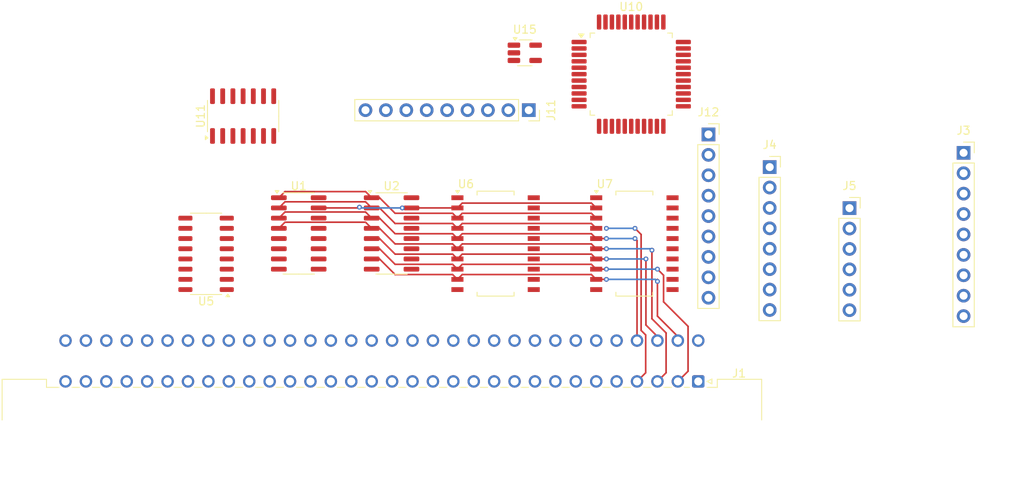
<source format=kicad_pcb>
(kicad_pcb (version 20241229) (generator "pcbnew") (generator_version "9.0")
  (layers (0 "F.Cu" signal) (2 "B.Cu" signal) (13 "F.Paste" user) (15 "B.Paste" user) (5 "F.SilkS" user "F.Silkscreen") (7 "B.SilkS" user "B.Silkscreen") (1 "F.Mask" user) (3 "B.Mask" user) (25 "Edge.Cuts" user))
  (net 0 "")
  (net 2 "GND")
  (net 5 "/~{IO_SEL_BUS}")
  (net 7 "/DB4")
  (net 8 "/DB1")
  (net 9 "VCC")
  (net 10 "/RES")
  (net 11 "/PLD_O8")
  (net 12 "/~{IOEN_01}")
  (net 13 "/DB6")
  (net 16 "/~{IO_WR}")
  (net 17 "/~{IOEN_06}")
  (net 18 "/PLD_O9")
  (net 19 "/AB0")
  (net 20 "/~{IOEN_07}")
  (net 22 "/DB5")
  (net 23 "/DB3")
  (net 24 "/CLOCK")
  (net 26 "/AB2")
  (net 27 "/DB0")
  (net 28 "/~{RES}")
  (net 29 "/~{IO_RD}")
  (net 30 "/~{NMI}")
  (net 31 "/~{IOEN_04}")
  (net 32 "/DB7")
  (net 33 "/AB4")
  (net 36 "/AB3")
  (net 37 "/PLD_I1")
  (net 39 "/PLD_O7")
  (net 41 "/AB1")
  (net 42 "/~{IOEN_02_UART}")
  (net 43 "/SYNC")
  (net 45 "/~{IOEN_00_GPIO0}")
  (net 48 "/~{IOEN_03}")
  (net 49 "/~{IRQ}")
  (net 50 "/~{IOEN_05}")
  (net 51 "/DB2")
  (net 54 "/RDY")
  (net 55 "/UART_IP5")
  (net 56 "/UART_OP2")
  (net 57 "/UART_OP0")
  (net 58 "/UART_OP6")
  (net 59 "/UART_OP7")
  (net 60 "/UART_OP3")
  (net 61 "/UART_IP1")
  (net 62 "/UART_X2")
  (net 63 "/UART_OP1")
  (net 64 "/TX_D2")
  (net 65 "/UART_OP5")
  (net 67 "/UART_IP6")
  (net 68 "/UART_IP3")
  (net 69 "/UART_X1")
  (net 70 "/UART_OP4")
  (net 71 "/RX_D2")
  (net 72 "/RX_D1")
  (net 73 "/TX_D1")
  (net 74 "/UART_IP0")
  (net 75 "/UART_IP2")
  (net 76 "/UART_IP4")
  (net 77 "Net-(J11-Pin_8)")
  (net 78 "Net-(J11-Pin_6)")
  (net 79 "Net-(J11-Pin_5)")
  (net 80 "Net-(J11-Pin_7)")
  (net 81 "Net-(J11-Pin_1)")
  (net 82 "Net-(J11-Pin_3)")
  (net 83 "Net-(J11-Pin_2)")
  (net 84 "Net-(J11-Pin_4)")
  (net 85 "Net-(J12-Pin_6)")
  (net 86 "Net-(J12-Pin_8)")
  (net 87 "Net-(J12-Pin_7)")
  (net 88 "Net-(J12-Pin_3)")
  (net 89 "Net-(J12-Pin_4)")
  (net 90 "Net-(J12-Pin_1)")
  (net 91 "Net-(J12-Pin_5)")
  (net 92 "Net-(J12-Pin_2)")
  (net 94 "/~{IOEN_GPIO02}")
  (net 96 "/~{IOEN_GPIO01}")
  (net 100 "Net-(U6-Cp)")
  (net 101 "Net-(U7-Cp)")
  (net 102 "Net-(U10-CEN)")
  (net 104 "Net-(U1-~{OE})")
  (net 111 "Net-(U2-~{OE})")
  (net 119 "/~{IOEN_SNES01}")
  (net 120 "/~{IOEN_SNES00}")
  (footprint "Connector_PinSocket_2.54mm:PinSocket_1x09_P2.54mm_Vertical" (layer "F.Cu") (at 160.02 78.232)
    (property "Reference" "J3" (at 0 -2.77 0) (layer "F.SilkS"))
    (property "Value" "Conn_01x09_Socket")
    (pad "1" thru_hole rect (at 0 0) (size 1.7 1.7) (drill 1) (layers "*.Cu" "*.Mask") (net 2 "GND"))
    (pad "2" thru_hole circle (at 0 2.54) (size 1.7 1.7) (drill 1) (layers "*.Cu" "*.Mask") (net 57 "/UART_OP0"))
    (pad "3" thru_hole circle (at 0 5.08) (size 1.7 1.7) (drill 1) (layers "*.Cu" "*.Mask") (net 63 "/UART_OP1"))
    (pad "4" thru_hole circle (at 0 7.62) (size 1.7 1.7) (drill 1) (layers "*.Cu" "*.Mask") (net 56 "/UART_OP2"))
    (pad "5" thru_hole circle (at 0 10.16) (size 1.7 1.7) (drill 1) (layers "*.Cu" "*.Mask") (net 60 "/UART_OP3"))
    (pad "6" thru_hole circle (at 0 12.7) (size 1.7 1.7) (drill 1) (layers "*.Cu" "*.Mask") (net 70 "/UART_OP4"))
    (pad "7" thru_hole circle (at 0 15.24) (size 1.7 1.7) (drill 1) (layers "*.Cu" "*.Mask") (net 65 "/UART_OP5"))
    (pad "8" thru_hole circle (at 0 17.78) (size 1.7 1.7) (drill 1) (layers "*.Cu" "*.Mask") (net 58 "/UART_OP6"))
    (pad "9" thru_hole circle (at 0 20.32) (size 1.7 1.7) (drill 1) (layers "*.Cu" "*.Mask") (net 59 "/UART_OP7"))
  )
  (footprint "Package_SO:SO-20_12.8x7.5mm_P1.27mm" (layer "F.Cu") (at 101.778 89.535)
    (property "Reference" "U6" (at -3.69 -7.42 0) (layer "F.SilkS"))
    (property "Value" "74HCT574")
    (pad "1" smd rect (at -4.75 -5.715) (size 1.5 0.6) (layers "F.Cu" "F.Mask" "F.Paste") (net 2 "GND"))
    (pad "2" smd rect (at -4.75 -4.445) (size 1.5 0.6) (layers "F.Cu" "F.Mask" "F.Paste") (net 27 "/DB0"))
    (pad "3" smd rect (at -4.75 -3.175) (size 1.5 0.6) (layers "F.Cu" "F.Mask" "F.Paste") (net 8 "/DB1"))
    (pad "4" smd rect (at -4.75 -1.905) (size 1.5 0.6) (layers "F.Cu" "F.Mask" "F.Paste") (net 51 "/DB2"))
    (pad "5" smd rect (at -4.75 -0.635) (size 1.5 0.6) (layers "F.Cu" "F.Mask" "F.Paste") (net 23 "/DB3"))
    (pad "6" smd rect (at -4.75 0.635) (size 1.5 0.6) (layers "F.Cu" "F.Mask" "F.Paste") (net 7 "/DB4"))
    (pad "7" smd rect (at -4.75 1.905) (size 1.5 0.6) (layers "F.Cu" "F.Mask" "F.Paste") (net 22 "/DB5"))
    (pad "8" smd rect (at -4.75 3.175) (size 1.5 0.6) (layers "F.Cu" "F.Mask" "F.Paste") (net 13 "/DB6"))
    (pad "9" smd rect (at -4.75 4.445) (size 1.5 0.6) (layers "F.Cu" "F.Mask" "F.Paste") (net 32 "/DB7"))
    (pad "10" smd rect (at -4.75 5.715) (size 1.5 0.6) (layers "F.Cu" "F.Mask" "F.Paste") (net 2 "GND"))
    (pad "11" smd rect (at 4.75 5.715) (size 1.5 0.6) (layers "F.Cu" "F.Mask" "F.Paste") (net 100 "Net-(U6-Cp)"))
    (pad "12" smd rect (at 4.75 4.445) (size 1.5 0.6) (layers "F.Cu" "F.Mask" "F.Paste") (net 77 "Net-(J11-Pin_8)"))
    (pad "13" smd rect (at 4.75 3.175) (size 1.5 0.6) (layers "F.Cu" "F.Mask" "F.Paste") (net 80 "Net-(J11-Pin_7)"))
    (pad "14" smd rect (at 4.75 1.905) (size 1.5 0.6) (layers "F.Cu" "F.Mask" "F.Paste") (net 78 "Net-(J11-Pin_6)"))
    (pad "15" smd rect (at 4.75 0.635) (size 1.5 0.6) (layers "F.Cu" "F.Mask" "F.Paste") (net 79 "Net-(J11-Pin_5)"))
    (pad "16" smd rect (at 4.75 -0.635) (size 1.5 0.6) (layers "F.Cu" "F.Mask" "F.Paste") (net 84 "Net-(J11-Pin_4)"))
    (pad "17" smd rect (at 4.75 -1.905) (size 1.5 0.6) (layers "F.Cu" "F.Mask" "F.Paste") (net 82 "Net-(J11-Pin_3)"))
    (pad "18" smd rect (at 4.75 -3.175) (size 1.5 0.6) (layers "F.Cu" "F.Mask" "F.Paste") (net 83 "Net-(J11-Pin_2)"))
    (pad "19" smd rect (at 4.75 -4.445) (size 1.5 0.6) (layers "F.Cu" "F.Mask" "F.Paste") (net 81 "Net-(J11-Pin_1)"))
    (pad "20" smd rect (at 4.75 -5.715) (size 1.5 0.6) (layers "F.Cu" "F.Mask" "F.Paste") (net 9 "VCC"))
  )
  (footprint "Package_SO:SO-20_12.8x7.5mm_P1.27mm" (layer "F.Cu") (at 119.05 89.535)
    (property "Reference" "U7" (at -3.69 -7.42 0) (layer "F.SilkS"))
    (property "Value" "74HCT574")
    (pad "1" smd rect (at -4.75 -5.715) (size 1.5 0.6) (layers "F.Cu" "F.Mask" "F.Paste") (net 2 "GND"))
    (pad "2" smd rect (at -4.75 -4.445) (size 1.5 0.6) (layers "F.Cu" "F.Mask" "F.Paste") (net 27 "/DB0"))
    (pad "3" smd rect (at -4.75 -3.175) (size 1.5 0.6) (layers "F.Cu" "F.Mask" "F.Paste") (net 8 "/DB1"))
    (pad "4" smd rect (at -4.75 -1.905) (size 1.5 0.6) (layers "F.Cu" "F.Mask" "F.Paste") (net 51 "/DB2"))
    (pad "5" smd rect (at -4.75 -0.635) (size 1.5 0.6) (layers "F.Cu" "F.Mask" "F.Paste") (net 23 "/DB3"))
    (pad "6" smd rect (at -4.75 0.635) (size 1.5 0.6) (layers "F.Cu" "F.Mask" "F.Paste") (net 7 "/DB4"))
    (pad "7" smd rect (at -4.75 1.905) (size 1.5 0.6) (layers "F.Cu" "F.Mask" "F.Paste") (net 22 "/DB5"))
    (pad "8" smd rect (at -4.75 3.175) (size 1.5 0.6) (layers "F.Cu" "F.Mask" "F.Paste") (net 13 "/DB6"))
    (pad "9" smd rect (at -4.75 4.445) (size 1.5 0.6) (layers "F.Cu" "F.Mask" "F.Paste") (net 32 "/DB7"))
    (pad "10" smd rect (at -4.75 5.715) (size 1.5 0.6) (layers "F.Cu" "F.Mask" "F.Paste") (net 2 "GND"))
    (pad "11" smd rect (at 4.75 5.715) (size 1.5 0.6) (layers "F.Cu" "F.Mask" "F.Paste") (net 101 "Net-(U7-Cp)"))
    (pad "12" smd rect (at 4.75 4.445) (size 1.5 0.6) (layers "F.Cu" "F.Mask" "F.Paste") (net 86 "Net-(J12-Pin_8)"))
    (pad "13" smd rect (at 4.75 3.175) (size 1.5 0.6) (layers "F.Cu" "F.Mask" "F.Paste") (net 87 "Net-(J12-Pin_7)"))
    (pad "14" smd rect (at 4.75 1.905) (size 1.5 0.6) (layers "F.Cu" "F.Mask" "F.Paste") (net 85 "Net-(J12-Pin_6)"))
    (pad "15" smd rect (at 4.75 0.635) (size 1.5 0.6) (layers "F.Cu" "F.Mask" "F.Paste") (net 91 "Net-(J12-Pin_5)"))
    (pad "16" smd rect (at 4.75 -0.635) (size 1.5 0.6) (layers "F.Cu" "F.Mask" "F.Paste") (net 89 "Net-(J12-Pin_4)"))
    (pad "17" smd rect (at 4.75 -1.905) (size 1.5 0.6) (layers "F.Cu" "F.Mask" "F.Paste") (net 88 "Net-(J12-Pin_3)"))
    (pad "18" smd rect (at 4.75 -3.175) (size 1.5 0.6) (layers "F.Cu" "F.Mask" "F.Paste") (net 92 "Net-(J12-Pin_2)"))
    (pad "19" smd rect (at 4.75 -4.445) (size 1.5 0.6) (layers "F.Cu" "F.Mask" "F.Paste") (net 90 "Net-(J12-Pin_1)"))
    (pad "20" smd rect (at 4.75 -5.715) (size 1.5 0.6) (layers "F.Cu" "F.Mask" "F.Paste") (net 9 "VCC"))
  )
  (footprint "Package_TO_SOT_SMD:SOT-23-5_HandSoldering" (layer "F.Cu") (at 105.41 65.786)
    (property "Reference" "U15" (at 0 -2.9 0) (layer "F.SilkS"))
    (property "Value" "74AHC1G32")
    (pad "1" smd roundrect (at -1.35 -0.95) (size 1.56 0.65) (layers "F.Cu" "F.Mask" "F.Paste") (net 33 "/AB4"))
    (pad "2" smd roundrect (at -1.35 0) (size 1.56 0.65) (layers "F.Cu" "F.Mask" "F.Paste") (net 42 "/~{IOEN_02_UART}"))
    (pad "3" smd roundrect (at -1.35 0.95) (size 1.56 0.65) (layers "F.Cu" "F.Mask" "F.Paste") (net 2 "GND"))
    (pad "4" smd roundrect (at 1.35 0.95) (size 1.56 0.65) (layers "F.Cu" "F.Mask" "F.Paste") (net 102 "Net-(U10-CEN)"))
    (pad "5" smd roundrect (at 1.35 -0.95) (size 1.56 0.65) (layers "F.Cu" "F.Mask" "F.Paste") (net 9 "VCC"))
  )
  (footprint "Connector_PinSocket_2.54mm:PinSocket_1x06_P2.54mm_Vertical" (layer "F.Cu") (at 145.821 85.115)
    (property "Reference" "J5" (at 0 -2.77 0) (layer "F.SilkS"))
    (property "Value" "UART")
    (pad "1" thru_hole rect (at 0 0) (size 1.7 1.7) (drill 1) (layers "*.Cu" "*.Mask") (net 2 "GND"))
    (pad "2" thru_hole circle (at 0 2.54) (size 1.7 1.7) (drill 1) (layers "*.Cu" "*.Mask") (net 72 "/RX_D1"))
    (pad "3" thru_hole circle (at 0 5.08) (size 1.7 1.7) (drill 1) (layers "*.Cu" "*.Mask") (net 73 "/TX_D1"))
    (pad "4" thru_hole circle (at 0 7.62) (size 1.7 1.7) (drill 1) (layers "*.Cu" "*.Mask") (net 2 "GND"))
    (pad "5" thru_hole circle (at 0 10.16) (size 1.7 1.7) (drill 1) (layers "*.Cu" "*.Mask") (net 71 "/RX_D2"))
    (pad "6" thru_hole circle (at 0 12.7) (size 1.7 1.7) (drill 1) (layers "*.Cu" "*.Mask") (net 64 "/TX_D2"))
  )
  (footprint "Connector_PinSocket_2.54mm:PinSocket_1x08_P2.54mm_Vertical" (layer "F.Cu") (at 135.89 80.01)
    (property "Reference" "J4" (at 0 -2.77 0) (layer "F.SilkS"))
    (property "Value" "Conn_01x08_Socket")
    (pad "1" thru_hole rect (at 0 0) (size 1.7 1.7) (drill 1) (layers "*.Cu" "*.Mask") (net 2 "GND"))
    (pad "2" thru_hole circle (at 0 2.54) (size 1.7 1.7) (drill 1) (layers "*.Cu" "*.Mask") (net 74 "/UART_IP0"))
    (pad "3" thru_hole circle (at 0 5.08) (size 1.7 1.7) (drill 1) (layers "*.Cu" "*.Mask") (net 61 "/UART_IP1"))
    (pad "4" thru_hole circle (at 0 7.62) (size 1.7 1.7) (drill 1) (layers "*.Cu" "*.Mask") (net 75 "/UART_IP2"))
    (pad "5" thru_hole circle (at 0 10.16) (size 1.7 1.7) (drill 1) (layers "*.Cu" "*.Mask") (net 68 "/UART_IP3"))
    (pad "6" thru_hole circle (at 0 12.7) (size 1.7 1.7) (drill 1) (layers "*.Cu" "*.Mask") (net 76 "/UART_IP4"))
    (pad "7" thru_hole circle (at 0 15.24) (size 1.7 1.7) (drill 1) (layers "*.Cu" "*.Mask") (net 55 "/UART_IP5"))
    (pad "8" thru_hole circle (at 0 17.78) (size 1.7 1.7) (drill 1) (layers "*.Cu" "*.Mask") (net 67 "/UART_IP6"))
  )
  (footprint "Package_SO:SO-14_3.9x8.65mm_P1.27mm" (layer "F.Cu") (at 70.358 73.66 90)
    (property "Reference" "U11" (at 0 -5.28 90) (layer "F.SilkS"))
    (property "Value" "74LS32")
    (pad "1" smd roundrect (at -2.475 -3.81 90) (size 1.95 0.6) (layers "F.Cu" "F.Mask" "F.Paste") (net 29 "/~{IO_RD}"))
    (pad "2" smd roundrect (at -2.475 -2.54 90) (size 1.95 0.6) (layers "F.Cu" "F.Mask" "F.Paste") (net 119 "/~{IOEN_SNES01}"))
    (pad "3" smd roundrect (at -2.475 -1.27 90) (size 1.95 0.6) (layers "F.Cu" "F.Mask" "F.Paste") (net 104 "Net-(U1-~{OE})"))
    (pad "4" smd roundrect (at -2.475 0 90) (size 1.95 0.6) (layers "F.Cu" "F.Mask" "F.Paste") (net 120 "/~{IOEN_SNES00}"))
    (pad "5" smd roundrect (at -2.475 1.27 90) (size 1.95 0.6) (layers "F.Cu" "F.Mask" "F.Paste") (net 29 "/~{IO_RD}"))
    (pad "6" smd roundrect (at -2.475 2.54 90) (size 1.95 0.6) (layers "F.Cu" "F.Mask" "F.Paste") (net 111 "Net-(U2-~{OE})"))
    (pad "7" smd roundrect (at -2.475 3.81 90) (size 1.95 0.6) (layers "F.Cu" "F.Mask" "F.Paste"))
    (pad "8" smd roundrect (at 2.475 3.81 90) (size 1.95 0.6) (layers "F.Cu" "F.Mask" "F.Paste") (net 101 "Net-(U7-Cp)"))
    (pad "9" smd roundrect (at 2.475 2.54 90) (size 1.95 0.6) (layers "F.Cu" "F.Mask" "F.Paste") (net 94 "/~{IOEN_GPIO02}"))
    (pad "10" smd roundrect (at 2.475 1.27 90) (size 1.95 0.6) (layers "F.Cu" "F.Mask" "F.Paste") (net 16 "/~{IO_WR}"))
    (pad "11" smd roundrect (at 2.475 0 90) (size 1.95 0.6) (layers "F.Cu" "F.Mask" "F.Paste") (net 100 "Net-(U6-Cp)"))
    (pad "12" smd roundrect (at 2.475 -1.27 90) (size 1.95 0.6) (layers "F.Cu" "F.Mask" "F.Paste") (net 96 "/~{IOEN_GPIO01}"))
    (pad "13" smd roundrect (at 2.475 -2.54 90) (size 1.95 0.6) (layers "F.Cu" "F.Mask" "F.Paste") (net 16 "/~{IO_WR}"))
    (pad "14" smd roundrect (at 2.475 -3.81 90) (size 1.95 0.6) (layers "F.Cu" "F.Mask" "F.Paste"))
  )
  (footprint "Package_SO:SOIC-16_3.9x9.9mm_P1.27mm" (layer "F.Cu") (at 88.835 88.265)
    (property "Reference" "U2" (at 0 -5.9 0) (layer "F.SilkS"))
    (property "Value" "74HC595")
    (pad "1" smd roundrect (at -2.475 -4.445) (size 1.95 0.6) (layers "F.Cu" "F.Mask" "F.Paste") (net 8 "/DB1"))
    (pad "2" smd roundrect (at -2.475 -3.175) (size 1.95 0.6) (layers "F.Cu" "F.Mask" "F.Paste") (net 51 "/DB2"))
    (pad "3" smd roundrect (at -2.475 -1.905) (size 1.95 0.6) (layers "F.Cu" "F.Mask" "F.Paste") (net 23 "/DB3"))
    (pad "4" smd roundrect (at -2.475 -0.635) (size 1.95 0.6) (layers "F.Cu" "F.Mask" "F.Paste") (net 7 "/DB4"))
    (pad "5" smd roundrect (at -2.475 0.635) (size 1.95 0.6) (layers "F.Cu" "F.Mask" "F.Paste") (net 22 "/DB5"))
    (pad "6" smd roundrect (at -2.475 1.905) (size 1.95 0.6) (layers "F.Cu" "F.Mask" "F.Paste") (net 13 "/DB6"))
    (pad "7" smd roundrect (at -2.475 3.175) (size 1.95 0.6) (layers "F.Cu" "F.Mask" "F.Paste") (net 32 "/DB7"))
    (pad "8" smd roundrect (at -2.475 4.445) (size 1.95 0.6) (layers "F.Cu" "F.Mask" "F.Paste"))
    (pad "9" smd roundrect (at 2.475 4.445) (size 1.95 0.6) (layers "F.Cu" "F.Mask" "F.Paste"))
    (pad "10" smd roundrect (at 2.475 3.175) (size 1.95 0.6) (layers "F.Cu" "F.Mask" "F.Paste"))
    (pad "11" smd roundrect (at 2.475 1.905) (size 1.95 0.6) (layers "F.Cu" "F.Mask" "F.Paste"))
    (pad "12" smd roundrect (at 2.475 0.635) (size 1.95 0.6) (layers "F.Cu" "F.Mask" "F.Paste"))
    (pad "13" smd roundrect (at 2.475 -0.635) (size 1.95 0.6) (layers "F.Cu" "F.Mask" "F.Paste") (net 111 "Net-(U2-~{OE})"))
    (pad "14" smd roundrect (at 2.475 -1.905) (size 1.95 0.6) (layers "F.Cu" "F.Mask" "F.Paste"))
    (pad "15" smd roundrect (at 2.475 -3.175) (size 1.95 0.6) (layers "F.Cu" "F.Mask" "F.Paste") (net 27 "/DB0"))
    (pad "16" smd roundrect (at 2.475 -4.445) (size 1.95 0.6) (layers "F.Cu" "F.Mask" "F.Paste"))
  )
  (footprint "Package_SO:SO-16_3.9x9.9mm_P1.27mm" (layer "F.Cu") (at 65.751 90.805 180)
    (property "Reference" "U5" (at 0 -5.9 0) (layer "F.SilkS"))
    (property "Value" "74LS138")
    (pad "1" smd roundrect (at -2.575 -4.445 180) (size 1.75 0.6) (layers "F.Cu" "F.Mask" "F.Paste") (net 19 "/AB0"))
    (pad "2" smd roundrect (at -2.575 -3.175 180) (size 1.75 0.6) (layers "F.Cu" "F.Mask" "F.Paste") (net 41 "/AB1"))
    (pad "3" smd roundrect (at -2.575 -1.905 180) (size 1.75 0.6) (layers "F.Cu" "F.Mask" "F.Paste") (net 26 "/AB2"))
    (pad "4" smd roundrect (at -2.575 -0.635 180) (size 1.75 0.6) (layers "F.Cu" "F.Mask" "F.Paste") (net 2 "GND"))
    (pad "5" smd roundrect (at -2.575 0.635 180) (size 1.75 0.6) (layers "F.Cu" "F.Mask" "F.Paste") (net 42 "/~{IOEN_02_UART}"))
    (pad "6" smd roundrect (at -2.575 1.905 180) (size 1.75 0.6) (layers "F.Cu" "F.Mask" "F.Paste") (net 33 "/AB4"))
    (pad "7" smd roundrect (at -2.575 3.175 180) (size 1.75 0.6) (layers "F.Cu" "F.Mask" "F.Paste"))
    (pad "8" smd roundrect (at -2.575 4.445 180) (size 1.75 0.6) (layers "F.Cu" "F.Mask" "F.Paste") (net 2 "GND"))
    (pad "9" smd roundrect (at 2.575 4.445 180) (size 1.75 0.6) (layers "F.Cu" "F.Mask" "F.Paste"))
    (pad "10" smd roundrect (at 2.575 3.175 180) (size 1.75 0.6) (layers "F.Cu" "F.Mask" "F.Paste"))
    (pad "11" smd roundrect (at 2.575 1.905 180) (size 1.75 0.6) (layers "F.Cu" "F.Mask" "F.Paste"))
    (pad "12" smd roundrect (at 2.575 0.635 180) (size 1.75 0.6) (layers "F.Cu" "F.Mask" "F.Paste") (net 119 "/~{IOEN_SNES01}"))
    (pad "13" smd roundrect (at 2.575 -0.635 180) (size 1.75 0.6) (layers "F.Cu" "F.Mask" "F.Paste") (net 120 "/~{IOEN_SNES00}"))
    (pad "14" smd roundrect (at 2.575 -1.905 180) (size 1.75 0.6) (layers "F.Cu" "F.Mask" "F.Paste") (net 94 "/~{IOEN_GPIO02}"))
    (pad "15" smd roundrect (at 2.575 -3.175 180) (size 1.75 0.6) (layers "F.Cu" "F.Mask" "F.Paste") (net 96 "/~{IOEN_GPIO01}"))
    (pad "16" smd roundrect (at 2.575 -4.445 180) (size 1.75 0.6) (layers "F.Cu" "F.Mask" "F.Paste"))
  )
  (footprint "Connector_PinSocket_2.54mm:PinSocket_1x09_P2.54mm_Vertical" (layer "F.Cu") (at 128.27 75.946)
    (property "Reference" "J12" (at 0 -2.77 0) (layer "F.SilkS"))
    (property "Value" "Conn_01x09")
    (pad "1" thru_hole rect (at 0 0) (size 1.7 1.7) (drill 1) (layers "*.Cu" "*.Mask") (net 90 "Net-(J12-Pin_1)"))
    (pad "2" thru_hole circle (at 0 2.54) (size 1.7 1.7) (drill 1) (layers "*.Cu" "*.Mask") (net 92 "Net-(J12-Pin_2)"))
    (pad "3" thru_hole circle (at 0 5.08) (size 1.7 1.7) (drill 1) (layers "*.Cu" "*.Mask") (net 88 "Net-(J12-Pin_3)"))
    (pad "4" thru_hole circle (at 0 7.62) (size 1.7 1.7) (drill 1) (layers "*.Cu" "*.Mask") (net 89 "Net-(J12-Pin_4)"))
    (pad "5" thru_hole circle (at 0 10.16) (size 1.7 1.7) (drill 1) (layers "*.Cu" "*.Mask") (net 91 "Net-(J12-Pin_5)"))
    (pad "6" thru_hole circle (at 0 12.7) (size 1.7 1.7) (drill 1) (layers "*.Cu" "*.Mask") (net 85 "Net-(J12-Pin_6)"))
    (pad "7" thru_hole circle (at 0 15.24) (size 1.7 1.7) (drill 1) (layers "*.Cu" "*.Mask") (net 87 "Net-(J12-Pin_7)"))
    (pad "8" thru_hole circle (at 0 17.78) (size 1.7 1.7) (drill 1) (layers "*.Cu" "*.Mask") (net 86 "Net-(J12-Pin_8)"))
    (pad "9" thru_hole circle (at 0 20.32) (size 1.7 1.7) (drill 1) (layers "*.Cu" "*.Mask") (net 2 "GND"))
  )
  (footprint "Connector_DIN:DIN41612_C_2x32_Male_Horizontal_THT" (layer "F.Cu") (at 127 106.68 180)
    (property "Reference" "J1" (at -5.08 1 0) (layer "F.SilkS"))
    (property "Value" "DIN41612_02x32_AC")
    (pad "" np_thru_hole circle (at -5.08 -2.54 180) (size 2.85 2.85) (drill 2.85) (layers "*.Cu" "*.Mask"))
    (pad "" np_thru_hole circle (at 83.82 -2.54 180) (size 2.85 2.85) (drill 2.85) (layers "*.Cu" "*.Mask"))
    (pad "a1" thru_hole roundrect (at 0 0 180) (size 1.55 1.55) (drill 1) (layers "*.Cu" "*.Mask") (roundrect_rratio 0.16129) (net 9 "VCC"))
    (pad "a2" thru_hole circle (at 2.54 0 180) (size 1.55 1.55) (drill 1) (layers "*.Cu" "*.Mask") (net 13 "/DB6"))
    (pad "a3" thru_hole circle (at 5.08 0 180) (size 1.55 1.55) (drill 1) (layers "*.Cu" "*.Mask") (net 7 "/DB4"))
    (pad "a4" thru_hole circle (at 7.62 0 180) (size 1.55 1.55) (drill 1) (layers "*.Cu" "*.Mask") (net 51 "/DB2"))
    (pad "a5" thru_hole circle (at 10.16 0 180) (size 1.55 1.55) (drill 1) (layers "*.Cu" "*.Mask") (net 27 "/DB0"))
    (pad "a6" thru_hole circle (at 12.7 0 180) (size 1.55 1.55) (drill 1) (layers "*.Cu" "*.Mask") (net 9 "VCC"))
    (pad "a7" thru_hole circle (at 15.24 0 180) (size 1.55 1.55) (drill 1) (layers "*.Cu" "*.Mask") (net 24 "/CLOCK"))
    (pad "a8" thru_hole circle (at 17.78 0 180) (size 1.55 1.55) (drill 1) (layers "*.Cu" "*.Mask") (net 11 "/PLD_O8"))
    (pad "a9" thru_hole circle (at 20.32 0 180) (size 1.55 1.55) (drill 1) (layers "*.Cu" "*.Mask"))
    (pad "a10" thru_hole circle (at 22.86 0 180) (size 1.55 1.55) (drill 1) (layers "*.Cu" "*.Mask") (net 9 "VCC"))
    (pad "a11" thru_hole circle (at 25.4 0 180) (size 1.55 1.55) (drill 1) (layers "*.Cu" "*.Mask") (net 16 "/~{IO_WR}"))
    (pad "a12" thru_hole circle (at 27.94 0 180) (size 1.55 1.55) (drill 1) (layers "*.Cu" "*.Mask") (net 33 "/AB4"))
    (pad "a13" thru_hole circle (at 30.48 0 180) (size 1.55 1.55) (drill 1) (layers "*.Cu" "*.Mask") (net 26 "/AB2"))
    (pad "a14" thru_hole circle (at 33.02 0 180) (size 1.55 1.55) (drill 1) (layers "*.Cu" "*.Mask") (net 19 "/AB0"))
    (pad "a15" thru_hole circle (at 35.56 0 180) (size 1.55 1.55) (drill 1) (layers "*.Cu" "*.Mask") (net 9 "VCC"))
    (pad "a16" thru_hole circle (at 38.1 0 180) (size 1.55 1.55) (drill 1) (layers "*.Cu" "*.Mask") (net 17 "/~{IOEN_06}"))
    (pad "a17" thru_hole circle (at 40.64 0 180) (size 1.55 1.55) (drill 1) (layers "*.Cu" "*.Mask") (net 31 "/~{IOEN_04}"))
    (pad "a18" thru_hole circle (at 43.18 0 180) (size 1.55 1.55) (drill 1) (layers "*.Cu" "*.Mask") (net 42 "/~{IOEN_02_UART}"))
    (pad "a19" thru_hole circle (at 45.72 0 180) (size 1.55 1.55) (drill 1) (layers "*.Cu" "*.Mask") (net 45 "/~{IOEN_00_GPIO0}"))
    (pad "a20" thru_hole circle (at 48.26 0 180) (size 1.55 1.55) (drill 1) (layers "*.Cu" "*.Mask") (net 9 "VCC"))
    (pad "a21" thru_hole circle (at 50.8 0 180) (size 1.55 1.55) (drill 1) (layers "*.Cu" "*.Mask") (net 30 "/~{NMI}"))
    (pad "a22" thru_hole circle (at 53.34 0 180) (size 1.55 1.55) (drill 1) (layers "*.Cu" "*.Mask") (net 54 "/RDY"))
    (pad "a23" thru_hole circle (at 55.88 0 180) (size 1.55 1.55) (drill 1) (layers "*.Cu" "*.Mask"))
    (pad "a24" thru_hole circle (at 58.42 0 180) (size 1.55 1.55) (drill 1) (layers "*.Cu" "*.Mask"))
    (pad "a25" thru_hole circle (at 60.96 0 180) (size 1.55 1.55) (drill 1) (layers "*.Cu" "*.Mask"))
    (pad "a26" thru_hole circle (at 63.5 0 180) (size 1.55 1.55) (drill 1) (layers "*.Cu" "*.Mask"))
    (pad "a27" thru_hole circle (at 66.04 0 180) (size 1.55 1.55) (drill 1) (layers "*.Cu" "*.Mask"))
    (pad "a28" thru_hole circle (at 68.58 0 180) (size 1.55 1.55) (drill 1) (layers "*.Cu" "*.Mask"))
    (pad "a29" thru_hole circle (at 71.12 0 180) (size 1.55 1.55) (drill 1) (layers "*.Cu" "*.Mask"))
    (pad "a30" thru_hole circle (at 73.66 0 180) (size 1.55 1.55) (drill 1) (layers "*.Cu" "*.Mask"))
    (pad "a31" thru_hole circle (at 76.2 0 180) (size 1.55 1.55) (drill 1) (layers "*.Cu" "*.Mask") (net 28 "/~{RES}"))
    (pad "a32" thru_hole circle (at 78.74 0 180) (size 1.55 1.55) (drill 1) (layers "*.Cu" "*.Mask") (net 9 "VCC"))
    (pad "c1" thru_hole circle (at 0 5.08 180) (size 1.55 1.55) (drill 1) (layers "*.Cu" "*.Mask") (net 2 "GND"))
    (pad "c2" thru_hole circle (at 2.54 5.08 180) (size 1.55 1.55) (drill 1) (layers "*.Cu" "*.Mask") (net 32 "/DB7"))
    (pad "c3" thru_hole circle (at 5.08 5.08 180) (size 1.55 1.55) (drill 1) (layers "*.Cu" "*.Mask") (net 22 "/DB5"))
    (pad "c4" thru_hole circle (at 7.62 5.08 180) (size 1.55 1.55) (drill 1) (layers "*.Cu" "*.Mask") (net 23 "/DB3"))
    (pad "c5" thru_hole circle (at 10.16 5.08 180) (size 1.55 1.55) (drill 1) (layers "*.Cu" "*.Mask") (net 8 "/DB1"))
    (pad "c6" thru_hole circle (at 12.7 5.08 180) (size 1.55 1.55) (drill 1) (layers "*.Cu" "*.Mask") (net 2 "GND"))
    (pad "c7" thru_hole circle (at 15.24 5.08 180) (size 1.55 1.55) (drill 1) (layers "*.Cu" "*.Mask") (net 18 "/PLD_O9"))
    (pad "c8" thru_hole circle (at 17.78 5.08 180) (size 1.55 1.55) (drill 1) (layers "*.Cu" "*.Mask") (net 39 "/PLD_O7"))
    (pad "c9" thru_hole circle (at 20.32 5.08 180) (size 1.55 1.55) (drill 1) (layers "*.Cu" "*.Mask") (net 37 "/PLD_I1"))
    (pad "c10" thru_hole circle (at 22.86 5.08 180) (size 1.55 1.55) (drill 1) (layers "*.Cu" "*.Mask") (net 2 "GND"))
    (pad "c11" thru_hole circle (at 25.4 5.08 180) (size 1.55 1.55) (drill 1) (layers "*.Cu" "*.Mask") (net 5 "/~{IO_SEL_BUS}"))
    (pad "c12" thru_hole circle (at 27.94 5.08 180) (size 1.55 1.55) (drill 1) (layers "*.Cu" "*.Mask") (net 29 "/~{IO_RD}"))
    (pad "c13" thru_hole circle (at 30.48 5.08 180) (size 1.55 1.55) (drill 1) (layers "*.Cu" "*.Mask") (net 36 "/AB3"))
    (pad "c14" thru_hole circle (at 33.02 5.08 180) (size 1.55 1.55) (drill 1) (layers "*.Cu" "*.Mask") (net 41 "/AB1"))
    (pad "c15" thru_hole circle (at 35.56 5.08 180) (size 1.55 1.55) (drill 1) (layers "*.Cu" "*.Mask") (net 2 "GND"))
    (pad "c16" thru_hole circle (at 38.1 5.08 180) (size 1.55 1.55) (drill 1) (layers "*.Cu" "*.Mask") (net 20 "/~{IOEN_07}"))
    (pad "c17" thru_hole circle (at 40.64 5.08 180) (size 1.55 1.55) (drill 1) (layers "*.Cu" "*.Mask") (net 50 "/~{IOEN_05}"))
    (pad "c18" thru_hole circle (at 43.18 5.08 180) (size 1.55 1.55) (drill 1) (layers "*.Cu" "*.Mask") (net 48 "/~{IOEN_03}"))
    (pad "c19" thru_hole circle (at 45.72 5.08 180) (size 1.55 1.55) (drill 1) (layers "*.Cu" "*.Mask") (net 12 "/~{IOEN_01}"))
    (pad "c20" thru_hole circle (at 48.26 5.08 180) (size 1.55 1.55) (drill 1) (layers "*.Cu" "*.Mask") (net 2 "GND"))
    (pad "c21" thru_hole circle (at 50.8 5.08 180) (size 1.55 1.55) (drill 1) (layers "*.Cu" "*.Mask") (net 43 "/SYNC"))
    (pad "c22" thru_hole circle (at 53.34 5.08 180) (size 1.55 1.55) (drill 1) (layers "*.Cu" "*.Mask") (net 49 "/~{IRQ}"))
    (pad "c23" thru_hole circle (at 55.88 5.08 180) (size 1.55 1.55) (drill 1) (layers "*.Cu" "*.Mask"))
    (pad "c24" thru_hole circle (at 58.42 5.08 180) (size 1.55 1.55) (drill 1) (layers "*.Cu" "*.Mask"))
    (pad "c25" thru_hole circle (at 60.96 5.08 180) (size 1.55 1.55) (drill 1) (layers "*.Cu" "*.Mask"))
    (pad "c26" thru_hole circle (at 63.5 5.08 180) (size 1.55 1.55) (drill 1) (layers "*.Cu" "*.Mask"))
    (pad "c27" thru_hole circle (at 66.04 5.08 180) (size 1.55 1.55) (drill 1) (layers "*.Cu" "*.Mask"))
    (pad "c28" thru_hole circle (at 68.58 5.08 180) (size 1.55 1.55) (drill 1) (layers "*.Cu" "*.Mask"))
    (pad "c29" thru_hole circle (at 71.12 5.08 180) (size 1.55 1.55) (drill 1) (layers "*.Cu" "*.Mask"))
    (pad "c30" thru_hole circle (at 73.66 5.08 180) (size 1.55 1.55) (drill 1) (layers "*.Cu" "*.Mask"))
    (pad "c31" thru_hole circle (at 76.2 5.08 180) (size 1.55 1.55) (drill 1) (layers "*.Cu" "*.Mask") (net 10 "/RES"))
    (pad "c32" thru_hole circle (at 78.74 5.08 180) (size 1.55 1.55) (drill 1) (layers "*.Cu" "*.Mask") (net 2 "GND"))
  )
  (footprint "Package_SO:SOIC-16_3.9x9.9mm_P1.27mm" (layer "F.Cu") (at 77.281 88.265)
    (property "Reference" "U1" (at 0 -5.9 0) (layer "F.SilkS"))
    (property "Value" "74HC595")
    (pad "1" smd roundrect (at -2.475 -4.445) (size 1.95 0.6) (layers "F.Cu" "F.Mask" "F.Paste") (net 8 "/DB1"))
    (pad "2" smd roundrect (at -2.475 -3.175) (size 1.95 0.6) (layers "F.Cu" "F.Mask" "F.Paste") (net 51 "/DB2"))
    (pad "3" smd roundrect (at -2.475 -1.905) (size 1.95 0.6) (layers "F.Cu" "F.Mask" "F.Paste") (net 23 "/DB3"))
    (pad "4" smd roundrect (at -2.475 -0.635) (size 1.95 0.6) (layers "F.Cu" "F.Mask" "F.Paste") (net 7 "/DB4"))
    (pad "5" smd roundrect (at -2.475 0.635) (size 1.95 0.6) (layers "F.Cu" "F.Mask" "F.Paste") (net 22 "/DB5"))
    (pad "6" smd roundrect (at -2.475 1.905) (size 1.95 0.6) (layers "F.Cu" "F.Mask" "F.Paste") (net 13 "/DB6"))
    (pad "7" smd roundrect (at -2.475 3.175) (size 1.95 0.6) (layers "F.Cu" "F.Mask" "F.Paste") (net 32 "/DB7"))
    (pad "8" smd roundrect (at -2.475 4.445) (size 1.95 0.6) (layers "F.Cu" "F.Mask" "F.Paste"))
    (pad "9" smd roundrect (at 2.475 4.445) (size 1.95 0.6) (layers "F.Cu" "F.Mask" "F.Paste"))
    (pad "10" smd roundrect (at 2.475 3.175) (size 1.95 0.6) (layers "F.Cu" "F.Mask" "F.Paste"))
    (pad "11" smd roundrect (at 2.475 1.905) (size 1.95 0.6) (layers "F.Cu" "F.Mask" "F.Paste"))
    (pad "12" smd roundrect (at 2.475 0.635) (size 1.95 0.6) (layers "F.Cu" "F.Mask" "F.Paste"))
    (pad "13" smd roundrect (at 2.475 -0.635) (size 1.95 0.6) (layers "F.Cu" "F.Mask" "F.Paste") (net 104 "Net-(U1-~{OE})"))
    (pad "14" smd roundrect (at 2.475 -1.905) (size 1.95 0.6) (layers "F.Cu" "F.Mask" "F.Paste"))
    (pad "15" smd roundrect (at 2.475 -3.175) (size 1.95 0.6) (layers "F.Cu" "F.Mask" "F.Paste") (net 27 "/DB0"))
    (pad "16" smd roundrect (at 2.475 -4.445) (size 1.95 0.6) (layers "F.Cu" "F.Mask" "F.Paste"))
  )
  (footprint "Connector_PinSocket_2.54mm:PinSocket_1x09_P2.54mm_Vertical" (layer "F.Cu") (at 105.908 72.923 -90)
    (property "Reference" "J11" (at 0 -2.77 90) (layer "F.SilkS"))
    (property "Value" "Conn_01x09")
    (pad "1" thru_hole rect (at 0 0 270) (size 1.7 1.7) (drill 1) (layers "*.Cu" "*.Mask") (net 81 "Net-(J11-Pin_1)"))
    (pad "2" thru_hole circle (at 0 2.54 270) (size 1.7 1.7) (drill 1) (layers "*.Cu" "*.Mask") (net 83 "Net-(J11-Pin_2)"))
    (pad "3" thru_hole circle (at 0 5.08 270) (size 1.7 1.7) (drill 1) (layers "*.Cu" "*.Mask") (net 82 "Net-(J11-Pin_3)"))
    (pad "4" thru_hole circle (at 0 7.62 270) (size 1.7 1.7) (drill 1) (layers "*.Cu" "*.Mask") (net 84 "Net-(J11-Pin_4)"))
    (pad "5" thru_hole circle (at 0 10.16 270) (size 1.7 1.7) (drill 1) (layers "*.Cu" "*.Mask") (net 79 "Net-(J11-Pin_5)"))
    (pad "6" thru_hole circle (at 0 12.7 270) (size 1.7 1.7) (drill 1) (layers "*.Cu" "*.Mask") (net 78 "Net-(J11-Pin_6)"))
    (pad "7" thru_hole circle (at 0 15.24 270) (size 1.7 1.7) (drill 1) (layers "*.Cu" "*.Mask") (net 80 "Net-(J11-Pin_7)"))
    (pad "8" thru_hole circle (at 0 17.78 270) (size 1.7 1.7) (drill 1) (layers "*.Cu" "*.Mask") (net 77 "Net-(J11-Pin_8)"))
    (pad "9" thru_hole circle (at 0 20.32 270) (size 1.7 1.7) (drill 1) (layers "*.Cu" "*.Mask") (net 2 "GND"))
  )
  (footprint "Package_QFP:MQFP-44_10x10mm_P0.8mm" (layer "F.Cu") (at 118.656 68.4425)
    (property "Reference" "U10" (at 0 -8.38 0) (layer "F.SilkS"))
    (property "Value" "TL28L92FR")
    (pad "1" smd roundrect (at -6.4875 -4) (size 1.875 0.55) (layers "F.Cu" "F.Mask" "F.Paste") (net 36 "/AB3"))
    (pad "2" smd roundrect (at -6.4875 -3.2) (size 1.875 0.55) (layers "F.Cu" "F.Mask" "F.Paste") (net 74 "/UART_IP0"))
    (pad "3" smd roundrect (at -6.4875 -2.4) (size 1.875 0.55) (layers "F.Cu" "F.Mask" "F.Paste") (net 16 "/~{IO_WR}"))
    (pad "4" smd roundrect (at -6.4875 -1.6) (size 1.875 0.55) (layers "F.Cu" "F.Mask" "F.Paste") (net 29 "/~{IO_RD}"))
    (pad "5" smd roundrect (at -6.4875 -0.8) (size 1.875 0.55) (layers "F.Cu" "F.Mask" "F.Paste") (net 71 "/RX_D2"))
    (pad "6" smd roundrect (at -6.4875 0) (size 1.875 0.55) (layers "F.Cu" "F.Mask" "F.Paste") (net 64 "/TX_D2"))
    (pad "7" smd roundrect (at -6.4875 0.8) (size 1.875 0.55) (layers "F.Cu" "F.Mask" "F.Paste") (net 63 "/UART_OP1"))
    (pad "8" smd roundrect (at -6.4875 1.6) (size 1.875 0.55) (layers "F.Cu" "F.Mask" "F.Paste") (net 60 "/UART_OP3"))
    (pad "9" smd roundrect (at -6.4875 2.4) (size 1.875 0.55) (layers "F.Cu" "F.Mask" "F.Paste") (net 65 "/UART_OP5"))
    (pad "10" smd roundrect (at -6.4875 3.2) (size 1.875 0.55) (layers "F.Cu" "F.Mask" "F.Paste") (net 59 "/UART_OP7"))
    (pad "11" smd roundrect (at -6.4875 4) (size 1.875 0.55) (layers "F.Cu" "F.Mask" "F.Paste") (net 9 "VCC"))
    (pad "12" smd roundrect (at -4 6.4875) (size 0.55 1.875) (layers "F.Cu" "F.Mask" "F.Paste") (net 8 "/DB1"))
    (pad "13" smd roundrect (at -3.2 6.4875) (size 0.55 1.875) (layers "F.Cu" "F.Mask" "F.Paste") (net 23 "/DB3"))
    (pad "14" smd roundrect (at -2.4 6.4875) (size 0.55 1.875) (layers "F.Cu" "F.Mask" "F.Paste") (net 22 "/DB5"))
    (pad "15" smd roundrect (at -1.6 6.4875) (size 0.55 1.875) (layers "F.Cu" "F.Mask" "F.Paste") (net 32 "/DB7"))
    (pad "16" smd roundrect (at -0.8 6.4875) (size 0.55 1.875) (layers "F.Cu" "F.Mask" "F.Paste") (net 2 "GND"))
    (pad "17" smd roundrect (at 0 6.4875) (size 0.55 1.875) (layers "F.Cu" "F.Mask" "F.Paste") (net 2 "GND"))
    (pad "18" smd roundrect (at 0.8 6.4875) (size 0.55 1.875) (layers "F.Cu" "F.Mask" "F.Paste") (net 49 "/~{IRQ}"))
    (pad "19" smd roundrect (at 1.6 6.4875) (size 0.55 1.875) (layers "F.Cu" "F.Mask" "F.Paste") (net 13 "/DB6"))
    (pad "20" smd roundrect (at 2.4 6.4875) (size 0.55 1.875) (layers "F.Cu" "F.Mask" "F.Paste") (net 7 "/DB4"))
    (pad "21" smd roundrect (at 3.2 6.4875) (size 0.55 1.875) (layers "F.Cu" "F.Mask" "F.Paste") (net 51 "/DB2"))
    (pad "22" smd roundrect (at 4 6.4875) (size 0.55 1.875) (layers "F.Cu" "F.Mask" "F.Paste") (net 27 "/DB0"))
    (pad "23" smd roundrect (at 6.4875 4) (size 1.875 0.55) (layers "F.Cu" "F.Mask" "F.Paste"))
    (pad "24" smd roundrect (at 6.4875 3.2) (size 1.875 0.55) (layers "F.Cu" "F.Mask" "F.Paste") (net 58 "/UART_OP6"))
    (pad "25" smd roundrect (at 6.4875 2.4) (size 1.875 0.55) (layers "F.Cu" "F.Mask" "F.Paste") (net 70 "/UART_OP4"))
    (pad "26" smd roundrect (at 6.4875 1.6) (size 1.875 0.55) (layers "F.Cu" "F.Mask" "F.Paste") (net 56 "/UART_OP2"))
    (pad "27" smd roundrect (at 6.4875 0.8) (size 1.875 0.55) (layers "F.Cu" "F.Mask" "F.Paste") (net 57 "/UART_OP0"))
    (pad "28" smd roundrect (at 6.4875 0) (size 1.875 0.55) (layers "F.Cu" "F.Mask" "F.Paste") (net 73 "/TX_D1"))
    (pad "29" smd roundrect (at 6.4875 -0.8) (size 1.875 0.55) (layers "F.Cu" "F.Mask" "F.Paste") (net 72 "/RX_D1"))
    (pad "30" smd roundrect (at 6.4875 -1.6) (size 1.875 0.55) (layers "F.Cu" "F.Mask" "F.Paste") (net 69 "/UART_X1"))
    (pad "31" smd roundrect (at 6.4875 -2.4) (size 1.875 0.55) (layers "F.Cu" "F.Mask" "F.Paste") (net 62 "/UART_X2"))
    (pad "32" smd roundrect (at 6.4875 -3.2) (size 1.875 0.55) (layers "F.Cu" "F.Mask" "F.Paste") (net 10 "/RES"))
    (pad "33" smd roundrect (at 6.4875 -4) (size 1.875 0.55) (layers "F.Cu" "F.Mask" "F.Paste") (net 102 "Net-(U10-CEN)"))
    (pad "34" smd roundrect (at 4 -6.4875) (size 0.55 1.875) (layers "F.Cu" "F.Mask" "F.Paste") (net 75 "/UART_IP2"))
    (pad "35" smd roundrect (at 3.2 -6.4875) (size 0.55 1.875) (layers "F.Cu" "F.Mask" "F.Paste") (net 67 "/UART_IP6"))
    (pad "36" smd roundrect (at 2.4 -6.4875) (size 0.55 1.875) (layers "F.Cu" "F.Mask" "F.Paste") (net 55 "/UART_IP5"))
    (pad "37" smd roundrect (at 1.6 -6.4875) (size 0.55 1.875) (layers "F.Cu" "F.Mask" "F.Paste") (net 76 "/UART_IP4"))
    (pad "38" smd roundrect (at 0.8 -6.4875) (size 0.55 1.875) (layers "F.Cu" "F.Mask" "F.Paste") (net 9 "VCC"))
    (pad "39" smd roundrect (at 0 -6.4875) (size 0.55 1.875) (layers "F.Cu" "F.Mask" "F.Paste") (net 9 "VCC"))
    (pad "40" smd roundrect (at -0.8 -6.4875) (size 0.55 1.875) (layers "F.Cu" "F.Mask" "F.Paste") (net 19 "/AB0"))
    (pad "41" smd roundrect (at -1.6 -6.4875) (size 0.55 1.875) (layers "F.Cu" "F.Mask" "F.Paste") (net 68 "/UART_IP3"))
    (pad "42" smd roundrect (at -2.4 -6.4875) (size 0.55 1.875) (layers "F.Cu" "F.Mask" "F.Paste") (net 41 "/AB1"))
    (pad "43" smd roundrect (at -3.2 -6.4875) (size 0.55 1.875) (layers "F.Cu" "F.Mask" "F.Paste") (net 61 "/UART_IP1"))
    (pad "44" smd roundrect (at -4 -6.4875) (size 0.55 1.875) (layers "F.Cu" "F.Mask" "F.Paste") (net 26 "/AB2"))
  )
  (segment (start 121.234 90.348) (end 121.234 98.882) (width 0.2) (layer "F.Cu") (net 7))
  (segment (start 113.699 89.569) (end 97.629 89.569) (width 0.2) (layer "F.Cu") (net 7))
  (segment (start 96.427 89.569) (end 89.273999 89.569) (width 0.2) (layer "F.Cu") (net 7))
  (segment (start 115.57 90.17) (end 114.554 90.17) (width 0.2) (layer "F.Cu") (net 7))
  (segment (start 122.996 100.644) (end 122.996 105.604) (width 0.2) (layer "F.Cu") (net 7))
  (segment (start 97.028 90.17) (end 96.427 89.569) (width 0.2) (layer "F.Cu") (net 7))
  (segment (start 87.334999 87.63) (end 86.36 87.63) (width 0.2) (layer "F.Cu") (net 7))
  (segment (start 86.36 87.63) (end 85.598 86.868) (width 0.2) (layer "F.Cu") (net 7))
  (segment (start 114.3 90.17) (end 113.699 89.569) (width 0.2) (layer "F.Cu") (net 7))
  (segment (start 89.273999 89.569) (end 87.334999 87.63) (width 0.2) (layer "F.Cu") (net 7))
  (segment (start 121.234 98.882) (end 122.996 100.644) (width 0.2) (layer "F.Cu") (net 7))
  (segment (start 114.554 90.17) (end 114.503 90.119) (width 0.2) (layer "F.Cu") (net 7))
  (segment (start 97.629 89.569) (end 97.028 90.17) (width 0.2) (layer "F.Cu") (net 7))
  (segment (start 75.568 86.868) (end 74.806 87.63) (width 0.2) (layer "F.Cu") (net 7))
  (segment (start 122.996 105.604) (end 121.92 106.68) (width 0.2) (layer "F.Cu") (net 7))
  (segment (start 85.598 86.868) (end 75.568 86.868) (width 0.2) (layer "F.Cu") (net 7))
  (via (at 115.57 90.17) (size 0.6) (drill 0.3) (layers "F.Cu" "B.Cu") (net 7))
  (via (at 121.234 90.348) (size 0.6) (drill 0.3) (layers "F.Cu" "B.Cu") (net 7))
  (segment (start 121.234 90.348) (end 121.056 90.17) (width 0.2) (layer "B.Cu") (net 7))
  (segment (start 121.056 90.17) (end 115.57 90.17) (width 0.2) (layer "B.Cu") (net 7))
  (segment (start 85.598 83.058) (end 75.568 83.058) (width 0.2) (layer "F.Cu") (net 8))
  (segment (start 97.629 85.759) (end 97.028 86.36) (width 0.2) (layer "F.Cu") (net 8))
  (segment (start 97.028 86.36) (end 96.427 85.759) (width 0.2) (layer "F.Cu") (net 8))
  (segment (start 96.427 85.759) (end 89.273999 85.759) (width 0.2) (layer "F.Cu") (net 8))
  (segment (start 86.36 83.82) (end 85.598 83.058) (width 0.2) (layer "F.Cu") (net 8))
  (segment (start 113.699 85.759) (end 97.629 85.759) (width 0.2) (layer "F.Cu") (net 8))
  (segment (start 87.334999 83.82) (end 86.36 83.82) (width 0.2) (layer "F.Cu") (net 8))
  (segment (start 114.3 86.36) (end 113.699 85.759) (width 0.2) (layer "F.Cu") (net 8))
  (segment (start 75.568 83.058) (end 74.806 83.82) (width 0.2) (layer "F.Cu") (net 8))
  (segment (start 89.273999 85.759) (end 87.334999 83.82) (width 0.2) (layer "F.Cu") (net 8))
  (segment (start 122.682 93.472) (end 121.92 92.71) (width 0.2) (layer "F.Cu") (net 13))
  (segment (start 87.334999 90.17) (end 86.36 90.17) (width 0.2) (layer "F.Cu") (net 13))
  (segment (start 97.028 92.71) (end 96.427 92.109) (width 0.2) (layer "F.Cu") (net 13))
  (segment (start 125.73 99.822) (end 122.682 96.774) (width 0.2) (layer "F.Cu") (net 13))
  (segment (start 124.46 106.68) (end 125.73 105.41) (width 0.2) (layer "F.Cu") (net 13))
  (segment (start 96.427 92.109) (end 89.273999 92.109) (width 0.2) (layer "F.Cu") (net 13))
  (segment (start 114.3 92.71) (end 113.699 92.109) (width 0.2) (layer "F.Cu") (net 13))
  (segment (start 97.629 92.109) (end 97.028 92.71) (width 0.2) (layer "F.Cu") (net 13))
  (segment (start 113.699 92.109) (end 97.629 92.109) (width 0.2) (layer "F.Cu") (net 13))
  (segment (start 115.57 92.71) (end 114.554 92.71) (width 0.2) (layer "F.Cu") (net 13))
  (segment (start 125.73 105.41) (end 125.73 99.822) (width 0.2) (layer "F.Cu") (net 13))
  (segment (start 89.273999 92.109) (end 87.334999 90.17) (width 0.2) (layer "F.Cu") (net 13))
  (segment (start 122.682 96.774) (end 122.682 93.472) (width 0.2) (layer "F.Cu") (net 13))
  (segment (start 114.554 92.71) (end 114.503 92.659) (width 0.2) (layer "F.Cu") (net 13))
  (via (at 121.92 92.71) (size 0.6) (drill 0.3) (layers "F.Cu" "B.Cu") (net 13))
  (via (at 115.57 92.71) (size 0.6) (drill 0.3) (layers "F.Cu" "B.Cu") (net 13))
  (segment (start 121.92 92.71) (end 115.57 92.71) (width 0.2) (layer "B.Cu") (net 13))
  (segment (start 114.554 91.44) (end 114.503 91.389) (width 0.2) (layer "F.Cu") (net 22))
  (segment (start 113.699 90.839) (end 97.629 90.839) (width 0.2) (layer "F.Cu") (net 22))
  (segment (start 120.488 99.66) (end 121.92 101.092) (width 0.2) (layer "F.Cu") (net 22))
  (segment (start 89.273999 90.839) (end 87.334999 88.9) (width 0.2) (layer "F.Cu") (net 22))
  (segment (start 121.92 101.092) (end 121.92 101.6) (width 0.2) (layer "F.Cu") (net 22))
  (segment (start 97.028 91.44) (end 96.427 90.839) (width 0.2) (layer "F.Cu") (net 22))
  (segment (start 120.488 91.44) (end 120.488 99.66) (width 0.2) (layer "F.Cu") (net 22))
  (segment (start 96.427 90.839) (end 89.273999 90.839) (width 0.2) (layer "F.Cu") (net 22))
  (segment (start 97.629 90.839) (end 97.028 91.44) (width 0.2) (layer "F.Cu") (net 22))
  (segment (start 87.334999 88.9) (end 86.36 88.9) (width 0.2) (layer "F.Cu") (net 22))
  (segment (start 114.3 91.44) (end 113.699 90.839) (width 0.2) (layer "F.Cu") (net 22))
  (segment (start 115.57 91.44) (end 114.554 91.44) (width 0.2) (layer "F.Cu") (net 22))
  (via (at 120.488 91.44) (size 0.6) (drill 0.3) (layers "F.Cu" "B.Cu") (net 22))
  (via (at 115.57 91.44) (size 0.6) (drill 0.3) (layers "F.Cu" "B.Cu") (net 22))
  (segment (start 120.488 91.44) (end 115.57 91.44) (width 0.2) (layer "B.Cu") (net 22))
  (segment (start 75.568 85.598) (end 74.806 86.36) (width 0.2) (layer "F.Cu") (net 23))
  (segment (start 119.38 89.154) (end 119.126 88.9) (width 0.2) (layer "F.Cu") (net 23))
  (segment (start 114.3 88.9) (end 113.699 88.299) (width 0.2) (layer "F.Cu") (net 23))
  (segment (start 115.57 88.9) (end 114.554 88.9) (width 0.2) (layer "F.Cu") (net 23))
  (segment (start 119.38 101.6) (end 119.38 89.154) (width 0.2) (layer "F.Cu") (net 23))
  (segment (start 87.334999 86.36) (end 86.36 86.36) (width 0.2) (layer "F.Cu") (net 23))
  (segment (start 97.028 88.9) (end 96.427 88.299) (width 0.2) (layer "F.Cu") (net 23))
  (segment (start 85.598 85.598) (end 75.568 85.598) (width 0.2) (layer "F.Cu") (net 23))
  (segment (start 114.554 88.9) (end 114.503 88.849) (width 0.2) (layer "F.Cu") (net 23))
  (segment (start 97.629 88.299) (end 97.028 88.9) (width 0.2) (layer "F.Cu") (net 23))
  (segment (start 96.427 88.299) (end 89.273999 88.299) (width 0.2) (layer "F.Cu") (net 23))
  (segment (start 86.36 86.36) (end 85.598 85.598) (width 0.2) (layer "F.Cu") (net 23))
  (segment (start 113.699 88.299) (end 97.629 88.299) (width 0.2) (layer "F.Cu") (net 23))
  (segment (start 89.273999 88.299) (end 87.334999 86.36) (width 0.2) (layer "F.Cu") (net 23))
  (via (at 119.126 88.9) (size 0.6) (drill 0.3) (layers "F.Cu" "B.Cu") (net 23))
  (via (at 115.57 88.9) (size 0.6) (drill 0.3) (layers "F.Cu" "B.Cu") (net 23))
  (segment (start 119.126 88.9) (end 115.57 88.9) (width 0.2) (layer "B.Cu") (net 23))
  (segment (start 84.744 85.09) (end 79.756 85.09) (width 0.2) (layer "F.Cu") (net 27))
  (segment (start 84.836 84.998) (end 84.744 85.09) (width 0.2) (layer "F.Cu") (net 27))
  (segment (start 97.028 85.09) (end 91.31 85.09) (width 0.2) (layer "F.Cu") (net 27))
  (segment (start 91.31 85.09) (end 90.17 85.09) (width 0.2) (layer "F.Cu") (net 27))
  (segment (start 97.629 84.489) (end 97.028 85.09) (width 0.2) (layer "F.Cu") (net 27))
  (segment (start 113.699 84.489) (end 97.629 84.489) (width 0.2) (layer "F.Cu") (net 27))
  (segment (start 114.3 85.09) (end 113.699 84.489) (width 0.2) (layer "F.Cu") (net 27))
  (via (at 84.836 84.998) (size 0.6) (drill 0.3) (layers "F.Cu" "B.Cu") (net 27))
  (via (at 90.17 85.09) (size 0.6) (drill 0.3) (layers "F.Cu" "B.Cu") (net 27))
  (segment (start 84.928 85.09) (end 84.836 84.998) (width 0.2) (layer "B.Cu") (net 27))
  (segment (start 90.17 85.09) (end 84.928 85.09) (width 0.2) (layer "B.Cu") (net 27))
  (segment (start 114.3 93.98) (end 113.699 93.379) (width 0.2) (layer "F.Cu") (net 32))
  (segment (start 121.92 93.98) (end 121.92 94.234) (width 0.2) (layer "F.Cu") (net 32))
  (segment (start 87.334999 91.44) (end 86.36 91.44) (width 0.2) (layer "F.Cu") (net 32))
  (segment (start 124.46 101.092) (end 121.92 98.552) (width 0.2) (layer "F.Cu") (net 32))
  (segment (start 113.699 93.379) (end 97.629 93.379) (width 0.2) (layer "F.Cu") (net 32))
  (segment (start 115.57 93.98) (end 114.554 93.98) (width 0.2) (layer "F.Cu") (net 32))
  (segment (start 97.629 93.379) (end 97.028 93.98) (width 0.2) (layer "F.Cu") (net 32))
  (segment (start 124.46 101.6) (end 124.46 101.092) (width 0.2) (layer "F.Cu") (net 32))
  (segment (start 114.554 93.98) (end 114.503 93.929) (width 0.2) (layer "F.Cu") (net 32))
  (segment (start 97.028 93.98) (end 96.427 93.379) (width 0.2) (layer "F.Cu") (net 32))
  (segment (start 96.427 93.379) (end 89.273999 93.379) (width 0.2) (layer "F.Cu") (net 32))
  (segment (start 121.92 98.552) (end 121.92 93.98) (width 0.2) (layer "F.Cu") (net 32))
  (segment (start 89.273999 93.379) (end 87.334999 91.44) (width 0.2) (layer "F.Cu") (net 32))
  (via (at 115.57 93.98) (size 0.6) (drill 0.3) (layers "F.Cu" "B.Cu") (net 32))
  (via (at 121.92 94.234) (size 0.6) (drill 0.3) (layers "F.Cu" "B.Cu") (net 32))
  (segment (start 121.92 94.234) (end 121.666 93.98) (width 0.2) (layer "B.Cu") (net 32))
  (segment (start 121.666 93.98) (end 115.57 93.98) (width 0.2) (layer "B.Cu") (net 32))
  (segment (start 96.427 87.029) (end 89.273999 87.029) (width 0.2) (layer "F.Cu") (net 51))
  (segment (start 87.334999 85.09) (end 86.36 85.09) (width 0.2) (layer "F.Cu") (net 51))
  (segment (start 119.38 106.68) (end 120.456 105.604) (width 0.2) (layer "F.Cu") (net 51))
  (segment (start 75.568 84.328) (end 74.806 85.09) (width 0.2) (layer "F.Cu") (net 51))
  (segment (start 119.888 88.392) (end 119.126 87.63) (width 0.2) (layer "F.Cu") (net 51))
  (segment (start 97.028 87.63) (end 96.427 87.029) (width 0.2) (layer "F.Cu") (net 51))
  (segment (start 86.36 85.09) (end 85.598 84.328) (width 0.2) (layer "F.Cu") (net 51))
  (segment (start 113.699 87.029) (end 97.629 87.029) (width 0.2) (layer "F.Cu") (net 51))
  (segment (start 120.456 105.604) (end 120.456 100.898) (width 0.2) (layer "F.Cu") (net 51))
  (segment (start 85.598 84.328) (end 75.568 84.328) (width 0.2) (layer "F.Cu") (net 51))
  (segment (start 89.273999 87.029) (end 87.334999 85.09) (width 0.2) (layer "F.Cu") (net 51))
  (segment (start 119.888 100.33) (end 119.888 88.392) (width 0.2) (layer "F.Cu") (net 51))
  (segment (start 114.3 87.63) (end 113.699 87.029) (width 0.2) (layer "F.Cu") (net 51))
  (segment (start 97.629 87.029) (end 97.028 87.63) (width 0.2) (layer "F.Cu") (net 51))
  (segment (start 120.456 100.898) (end 119.888 100.33) (width 0.2) (layer "F.Cu") (net 51))
  (via (at 115.57 87.63) (size 0.6) (drill 0.3) (layers "F.Cu" "B.Cu") (net 51))
  (via (at 119.126 87.63) (size 0.6) (drill 0.3) (layers "F.Cu" "B.Cu") (net 51))
  (segment (start 119.126 87.63) (end 115.57 87.63) (width 0.2) (layer "B.Cu") (net 51))
)
</source>
